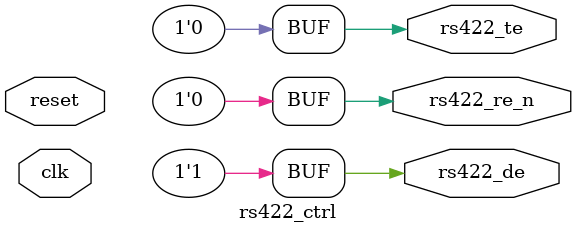
<source format=sv>
`timescale 1 us / 1 us
module rs422_ctrl (
    input  wire  clk,        //   clk.clk
    input  wire  reset,      // reset.reset
    output wire  rs422_re_n, // rs422.re_n
    output wire  rs422_de,   //      .de
    output wire  rs422_te    //      .te
  );

  // Driver enable
  assign rs422_de = 1'b1;

  // Receiver enable (active low)
  assign rs422_re_n = 1'b0;

  // 120 Ohm termination (more a RS-485 thing than RS-422)
  assign rs422_te = 1'b0;

endmodule

</source>
